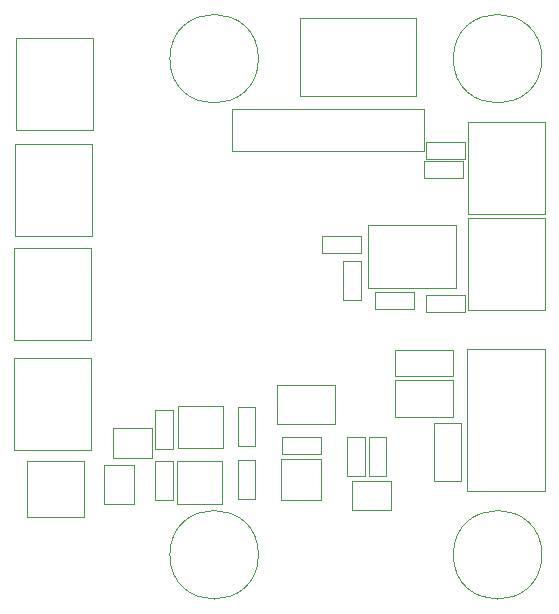
<source format=gbr>
G04 #@! TF.GenerationSoftware,KiCad,Pcbnew,(5.1.5-0)*
G04 #@! TF.CreationDate,2022-04-01T13:26:54-06:00*
G04 #@! TF.ProjectId,power-two-wire,706f7765-722d-4747-976f-2d776972652e,rev?*
G04 #@! TF.SameCoordinates,Original*
G04 #@! TF.FileFunction,Other,User*
%FSLAX46Y46*%
G04 Gerber Fmt 4.6, Leading zero omitted, Abs format (unit mm)*
G04 Created by KiCad (PCBNEW (5.1.5-0)) date 2022-04-01 13:26:54*
%MOMM*%
%LPD*%
G04 APERTURE LIST*
%ADD10C,0.050000*%
G04 APERTURE END LIST*
D10*
X136780000Y-85050000D02*
X136780000Y-77250000D01*
X130220000Y-85050000D02*
X136780000Y-85050000D01*
X130220000Y-77250000D02*
X130220000Y-85050000D01*
X136780000Y-77250000D02*
X130220000Y-77250000D01*
X136680000Y-94000000D02*
X136680000Y-86200000D01*
X130120000Y-94000000D02*
X136680000Y-94000000D01*
X130120000Y-86200000D02*
X130120000Y-94000000D01*
X136680000Y-86200000D02*
X130120000Y-86200000D01*
X136580000Y-102850000D02*
X136580000Y-95050000D01*
X130020000Y-102850000D02*
X136580000Y-102850000D01*
X130020000Y-95050000D02*
X130020000Y-102850000D01*
X136580000Y-95050000D02*
X130020000Y-95050000D01*
X136580000Y-112150000D02*
X136580000Y-104350000D01*
X130020000Y-112150000D02*
X136580000Y-112150000D01*
X130020000Y-104350000D02*
X130020000Y-112150000D01*
X136580000Y-104350000D02*
X130020000Y-104350000D01*
X168470000Y-92480000D02*
X168470000Y-100280000D01*
X175030000Y-92480000D02*
X168470000Y-92480000D01*
X175030000Y-100280000D02*
X175030000Y-92480000D01*
X168470000Y-100280000D02*
X175030000Y-100280000D01*
X168470000Y-84350000D02*
X168470000Y-92150000D01*
X175030000Y-84350000D02*
X168470000Y-84350000D01*
X175030000Y-92150000D02*
X175030000Y-84350000D01*
X168470000Y-92150000D02*
X175030000Y-92150000D01*
X148500000Y-83250000D02*
X164750000Y-83250000D01*
X148500000Y-86800000D02*
X148500000Y-83250000D01*
X164750000Y-86800000D02*
X148500000Y-86800000D01*
X164750000Y-83250000D02*
X164750000Y-86800000D01*
X154250000Y-82130000D02*
X164050000Y-82130000D01*
X154250000Y-75570000D02*
X154250000Y-82130000D01*
X164050000Y-75570000D02*
X154250000Y-75570000D01*
X164050000Y-82130000D02*
X164050000Y-75570000D01*
X157212500Y-109900000D02*
X152312500Y-109900000D01*
X157212500Y-106600000D02*
X157212500Y-109900000D01*
X152312500Y-106600000D02*
X157212500Y-106600000D01*
X152312500Y-109900000D02*
X152312500Y-106600000D01*
X131160000Y-117840000D02*
X131160000Y-113060000D01*
X135940000Y-117840000D02*
X135940000Y-113060000D01*
X131160000Y-113060000D02*
X135940000Y-113060000D01*
X131160000Y-117840000D02*
X135940000Y-117840000D01*
X164925000Y-86020000D02*
X168225000Y-86020000D01*
X164925000Y-87480000D02*
X164925000Y-86020000D01*
X168225000Y-87480000D02*
X164925000Y-87480000D01*
X168225000Y-86020000D02*
X168225000Y-87480000D01*
X164800000Y-87620000D02*
X168100000Y-87620000D01*
X164800000Y-89080000D02*
X164800000Y-87620000D01*
X168100000Y-89080000D02*
X164800000Y-89080000D01*
X168100000Y-87620000D02*
X168100000Y-89080000D01*
X140200000Y-113400000D02*
X140200000Y-116700000D01*
X140200000Y-113400000D02*
X137700000Y-113400000D01*
X137700000Y-116700000D02*
X140200000Y-116700000D01*
X137700000Y-116700000D02*
X137700000Y-113400000D01*
X141700000Y-112800000D02*
X138400000Y-112800000D01*
X141700000Y-112800000D02*
X141700000Y-110300000D01*
X138400000Y-110300000D02*
X138400000Y-112800000D01*
X138400000Y-110300000D02*
X141700000Y-110300000D01*
X160600000Y-98720000D02*
X163900000Y-98720000D01*
X160600000Y-100180000D02*
X160600000Y-98720000D01*
X163900000Y-100180000D02*
X160600000Y-100180000D01*
X163900000Y-98720000D02*
X163900000Y-100180000D01*
X168275000Y-100480000D02*
X164975000Y-100480000D01*
X168275000Y-99020000D02*
X168275000Y-100480000D01*
X164975000Y-99020000D02*
X168275000Y-99020000D01*
X164975000Y-100480000D02*
X164975000Y-99020000D01*
X160050000Y-98450000D02*
X167450000Y-98450000D01*
X160050000Y-93050000D02*
X160050000Y-98450000D01*
X167450000Y-93050000D02*
X160050000Y-93050000D01*
X167450000Y-98450000D02*
X167450000Y-93050000D01*
X147750000Y-108400000D02*
X147750000Y-112000000D01*
X143950000Y-108400000D02*
X147750000Y-108400000D01*
X143950000Y-112000000D02*
X143950000Y-108400000D01*
X147750000Y-112000000D02*
X143950000Y-112000000D01*
X147650000Y-113060000D02*
X147650000Y-116660000D01*
X143850000Y-113060000D02*
X147650000Y-113060000D01*
X143850000Y-116660000D02*
X143850000Y-113060000D01*
X147650000Y-116660000D02*
X143850000Y-116660000D01*
X152725000Y-111020000D02*
X156025000Y-111020000D01*
X152725000Y-112480000D02*
X152725000Y-111020000D01*
X156025000Y-112480000D02*
X152725000Y-112480000D01*
X156025000Y-111020000D02*
X156025000Y-112480000D01*
X162300000Y-106170000D02*
X167200000Y-106170000D01*
X162300000Y-109330000D02*
X162300000Y-106170000D01*
X167200000Y-109330000D02*
X162300000Y-109330000D01*
X167200000Y-106170000D02*
X167200000Y-109330000D01*
X143480000Y-108725000D02*
X143480000Y-112025000D01*
X142020000Y-108725000D02*
X143480000Y-108725000D01*
X142020000Y-112025000D02*
X142020000Y-108725000D01*
X143480000Y-112025000D02*
X142020000Y-112025000D01*
X143480000Y-113100000D02*
X143480000Y-116400000D01*
X142020000Y-113100000D02*
X143480000Y-113100000D01*
X142020000Y-116400000D02*
X142020000Y-113100000D01*
X143480000Y-116400000D02*
X142020000Y-116400000D01*
X150480000Y-112975000D02*
X150480000Y-116275000D01*
X149020000Y-112975000D02*
X150480000Y-112975000D01*
X149020000Y-116275000D02*
X149020000Y-112975000D01*
X150480000Y-116275000D02*
X149020000Y-116275000D01*
X150480000Y-108475000D02*
X150480000Y-111775000D01*
X149020000Y-108475000D02*
X150480000Y-108475000D01*
X149020000Y-111775000D02*
X149020000Y-108475000D01*
X150480000Y-111775000D02*
X149020000Y-111775000D01*
X167870000Y-109812500D02*
X167870000Y-114712500D01*
X165630000Y-109812500D02*
X167870000Y-109812500D01*
X165630000Y-114712500D02*
X165630000Y-109812500D01*
X167870000Y-114712500D02*
X165630000Y-114712500D01*
X167200000Y-105870000D02*
X162300000Y-105870000D01*
X167200000Y-103630000D02*
X167200000Y-105870000D01*
X162300000Y-103630000D02*
X167200000Y-103630000D01*
X162300000Y-105870000D02*
X162300000Y-103630000D01*
X159405000Y-96150000D02*
X159405000Y-99450000D01*
X157945000Y-96150000D02*
X159405000Y-96150000D01*
X157945000Y-99450000D02*
X157945000Y-96150000D01*
X159405000Y-99450000D02*
X157945000Y-99450000D01*
X159400000Y-95480000D02*
X156100000Y-95480000D01*
X159400000Y-94020000D02*
X159400000Y-95480000D01*
X156100000Y-94020000D02*
X159400000Y-94020000D01*
X156100000Y-95480000D02*
X156100000Y-94020000D01*
X174970000Y-115580000D02*
X168370000Y-115580000D01*
X168370000Y-103550000D02*
X168370000Y-115580000D01*
X174970000Y-103550000D02*
X168370000Y-103550000D01*
X174970000Y-103550000D02*
X174970000Y-115580000D01*
X152650000Y-116400000D02*
X152650000Y-112900000D01*
X156050000Y-116400000D02*
X152650000Y-116400000D01*
X156050000Y-112900000D02*
X156050000Y-116400000D01*
X152650000Y-112900000D02*
X156050000Y-112900000D01*
X158700000Y-114750000D02*
X162000000Y-114750000D01*
X158700000Y-114750000D02*
X158700000Y-117250000D01*
X162000000Y-117250000D02*
X162000000Y-114750000D01*
X162000000Y-117250000D02*
X158700000Y-117250000D01*
X160070000Y-114300000D02*
X160070000Y-111000000D01*
X161530000Y-114300000D02*
X160070000Y-114300000D01*
X161530000Y-111000000D02*
X161530000Y-114300000D01*
X160070000Y-111000000D02*
X161530000Y-111000000D01*
X158270000Y-114300000D02*
X158270000Y-111000000D01*
X159730000Y-114300000D02*
X158270000Y-114300000D01*
X159730000Y-111000000D02*
X159730000Y-114300000D01*
X158270000Y-111000000D02*
X159730000Y-111000000D01*
X150750000Y-79000000D02*
G75*
G03X150750000Y-79000000I-3750000J0D01*
G01*
X174750000Y-79000000D02*
G75*
G03X174750000Y-79000000I-3750000J0D01*
G01*
X150750000Y-121000000D02*
G75*
G03X150750000Y-121000000I-3750000J0D01*
G01*
X174750000Y-121000000D02*
G75*
G03X174750000Y-121000000I-3750000J0D01*
G01*
M02*

</source>
